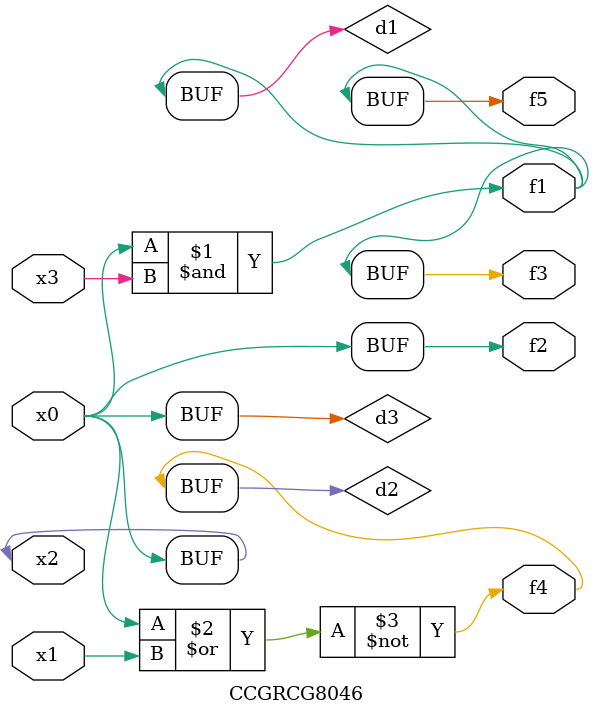
<source format=v>
module CCGRCG8046(
	input x0, x1, x2, x3,
	output f1, f2, f3, f4, f5
);

	wire d1, d2, d3;

	and (d1, x2, x3);
	nor (d2, x0, x1);
	buf (d3, x0, x2);
	assign f1 = d1;
	assign f2 = d3;
	assign f3 = d1;
	assign f4 = d2;
	assign f5 = d1;
endmodule

</source>
